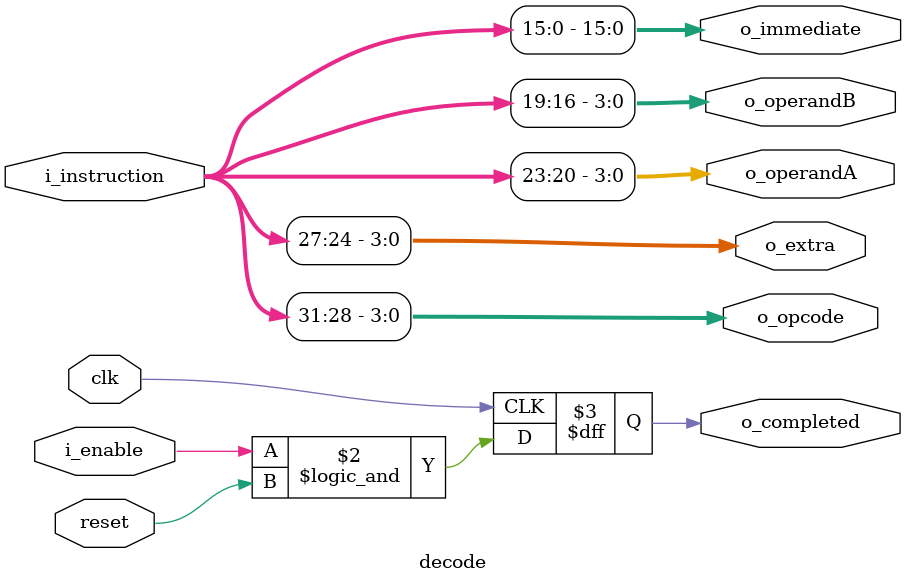
<source format=v>
/*
 * Decodes the meaning of the instruction.
 *
 * Note: for now it's a combinatorial logic module, no clock involved!
 */
`timescale 1ns/1ps
`default_nettype none

module decode(
    input wire clk,
    input  wire reset,
    input  wire i_enable,
    input  wire [31:0] i_instruction,
    output wire [3:0]  o_opcode,
    output wire [3:0] o_extra,
    output wire [3:0] o_operandA,
    output wire [3:0] o_operandB,
    output wire [15:0] o_immediate,
    output reg o_completed
);

always @(posedge clk) begin
    o_completed <= i_enable && reset;
end

assign o_opcode = i_instruction[31:28];
assign o_extra = i_instruction[27:24];
assign o_operandA = i_instruction[23:20];
assign o_operandB = i_instruction[19:16];
assign o_immediate = i_instruction[15:0];

endmodule

</source>
